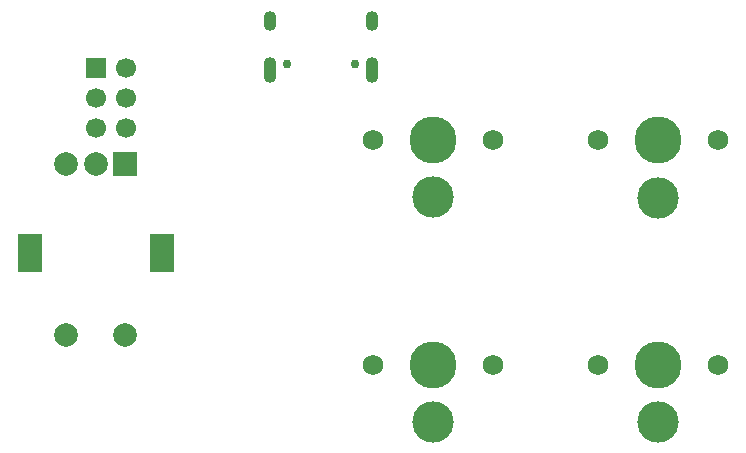
<source format=gts>
G04 #@! TF.GenerationSoftware,KiCad,Pcbnew,(5.1.9-0-10_14)*
G04 #@! TF.CreationDate,2021-03-17T22:28:09-07:00*
G04 #@! TF.ProjectId,Croaky4,43726f61-6b79-4342-9e6b-696361645f70,rev?*
G04 #@! TF.SameCoordinates,Original*
G04 #@! TF.FileFunction,Soldermask,Top*
G04 #@! TF.FilePolarity,Negative*
%FSLAX46Y46*%
G04 Gerber Fmt 4.6, Leading zero omitted, Abs format (unit mm)*
G04 Created by KiCad (PCBNEW (5.1.9-0-10_14)) date 2021-03-17 22:28:09*
%MOMM*%
%LPD*%
G01*
G04 APERTURE LIST*
%ADD10C,3.500000*%
%ADD11C,3.987800*%
%ADD12C,1.750000*%
%ADD13C,0.750000*%
%ADD14O,1.100000X2.200000*%
%ADD15O,1.100000X1.700000*%
%ADD16R,2.000000X2.000000*%
%ADD17C,2.000000*%
%ADD18R,2.000000X3.200000*%
%ADD19R,1.700000X1.700000*%
%ADD20C,1.700000*%
G04 APERTURE END LIST*
D10*
G04 #@! TO.C,D6*
X-29368750Y5556250D03*
G04 #@! TD*
G04 #@! TO.C,D7*
X-10318750Y5556250D03*
G04 #@! TD*
G04 #@! TO.C,D5*
X-29368750Y24606250D03*
G04 #@! TD*
G04 #@! TO.C,D4*
X-10318750Y24511000D03*
G04 #@! TD*
D11*
G04 #@! TO.C,MX2*
X-29368750Y10318750D03*
D12*
X-34448750Y10318750D03*
X-24288750Y10318750D03*
G04 #@! TD*
D11*
G04 #@! TO.C,MX4*
X-10318750Y10318750D03*
D12*
X-15398750Y10318750D03*
X-5238750Y10318750D03*
G04 #@! TD*
D11*
G04 #@! TO.C,MX3*
X-10318750Y29368750D03*
D12*
X-15398750Y29368750D03*
X-5238750Y29368750D03*
G04 #@! TD*
D11*
G04 #@! TO.C,MX1*
X-29368750Y29368750D03*
D12*
X-34448750Y29368750D03*
X-24288750Y29368750D03*
G04 #@! TD*
D13*
G04 #@! TO.C,USB1*
X-36003750Y35818750D03*
X-41783750Y35818750D03*
D14*
X-43213750Y35288750D03*
X-34573750Y35288750D03*
D15*
X-43213750Y39468750D03*
X-34573750Y39468750D03*
G04 #@! TD*
D16*
G04 #@! TO.C,SW2*
X-55443750Y27343750D03*
D17*
X-57943750Y27343750D03*
X-60443750Y27343750D03*
D18*
X-52343750Y19843750D03*
X-63543750Y19843750D03*
D17*
X-55443750Y12843750D03*
X-60443750Y12843750D03*
G04 #@! TD*
D19*
G04 #@! TO.C,J1*
X-57943750Y35464750D03*
D20*
X-55403750Y35464750D03*
X-57943750Y32924750D03*
X-55403750Y32924750D03*
X-57943750Y30384750D03*
X-55403750Y30384750D03*
G04 #@! TD*
M02*

</source>
